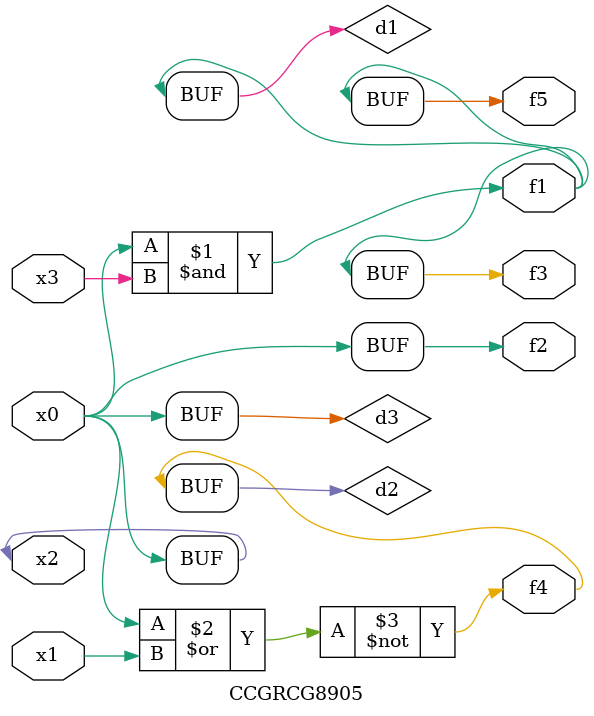
<source format=v>
module CCGRCG8905(
	input x0, x1, x2, x3,
	output f1, f2, f3, f4, f5
);

	wire d1, d2, d3;

	and (d1, x2, x3);
	nor (d2, x0, x1);
	buf (d3, x0, x2);
	assign f1 = d1;
	assign f2 = d3;
	assign f3 = d1;
	assign f4 = d2;
	assign f5 = d1;
endmodule

</source>
